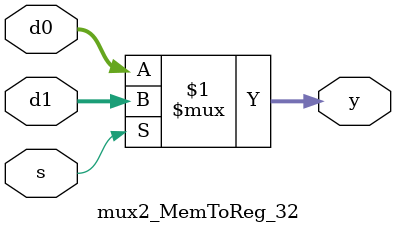
<source format=sv>
`timescale 1ns / 1ps

module mux2_MemToReg_32(
    input   logic [31:0] d0, d1,
    input   logic s,
    output  logic [31:0] y
    );
    
    assign y = s ? d1 : d0;
    
endmodule

</source>
